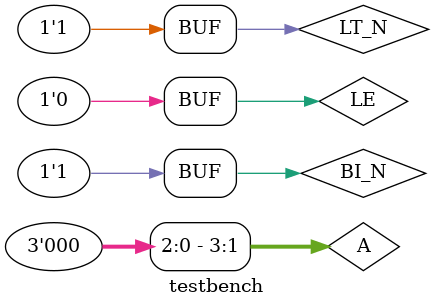
<source format=v>
`timescale 1ns/10ps
module testbench();
reg LT_N,BI_N,LE;
reg[3:0]A;
wire[7:0]Seg;

HC4511 u1(A,Seg,LT_N,BI_N,LE);
initial
 begin
  A=0;
  repeat(20)
  #20 A=$random;
 end

initial
 begin
  LT_N=0;BI_N=0;LE=1;
  #20 LT_N=1;BI_N=1;LE=0;
 end
endmodule
</source>
